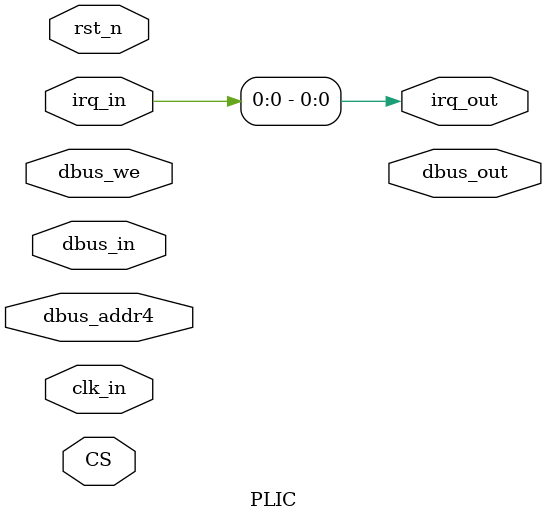
<source format=sv>

module PLIC (
  input  logic  [0:0] clk_in,
  input  logic  [0:0] rst_n,
  input  logic  [0:0] CS,
  input  logic [31:0] irq_in, // interrupt request from external devices
  input  logic  [0:0] dbus_we,
  input  logic  [3:0] dbus_addr4,
  input  logic [31:0] dbus_in,
  output logic [31:0] dbus_out,
  output logic  [0:0] irq_out // interrupt request to CPU core
  );

  assign irq_out = irq_in[0];

endmodule

</source>
